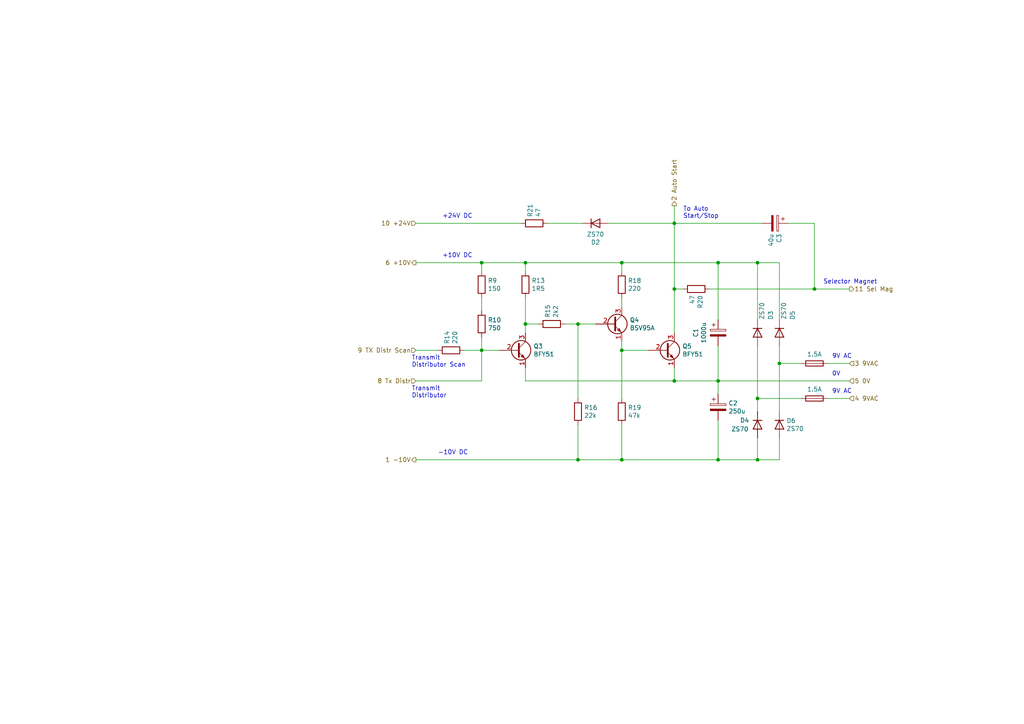
<source format=kicad_sch>
(kicad_sch (version 20211123) (generator eeschema)
  (paper "A4")
  (lib_symbols
    (symbol "Device:C_Polarized" (pin_numbers hide) (pin_names (offset 0.254))
      (property "Reference" "C" (at 0.635 2.54 0))
      (property "Value" "C_Polarized" (at 0.635 -2.54 0))
      (symbol "C_Polarized_0_1"
        (rectangle (start -2.286 0.508) (end 2.286 1.016))
        (polyline (pts (xy -1.778 2.286) (xy -0.762 2.286)))
        (polyline (pts (xy -1.27 2.794) (xy -1.27 1.778)))
        (rectangle (start 2.286 -0.508) (end -2.286 -1.016) (fill (type outline)))
      )
      (symbol "C_Polarized_1_1"
        (pin passive line (at 0 3.81 270) (length 2.794) (name "~") (number "1"))
        (pin passive line (at 0 -3.81 90) (length 2.794) (name "~") (number "2"))
      )
    )
    (symbol "Device:D" (pin_numbers hide) (pin_names (offset 1.016) hide)
      (property "Reference" "D" (at 0 2.54 0))
      (property "Value" "D" (at 0 -2.54 0))
      (symbol "D_0_1"
        (polyline (pts (xy -1.27 1.27) (xy -1.27 -1.27)) (stroke (width 0.254)))
        (polyline (pts (xy 1.27 0) (xy -1.27 0)))
        (polyline (pts (xy 1.27 1.27) (xy 1.27 -1.27) (xy -1.27 0) (xy 1.27 1.27)) (stroke (width 0.254)))
      )
      (symbol "D_1_1"
        (pin passive line (at -3.81 0 0) (length 2.54) (name "K") (number "1"))
        (pin passive line (at 3.81 0 180) (length 2.54) (name "A") (number "2"))
      )
    )
    (symbol "Device:Fuse" (pin_numbers hide) (pin_names (offset 0))
      (property "Reference" "F" (at 2.032 0 90))
      (property "Value" "Fuse" (at -1.905 0 90))
      (symbol "Fuse_0_1"
        (rectangle (start -0.762 -2.54) (end 0.762 2.54) (stroke (width 0.254)))
        (polyline (pts (xy 0 2.54) (xy 0 -2.54)))
      )
      (symbol "Fuse_1_1"
        (pin passive line (at 0 3.81 270) (length 1.27) (name "~") (number "1"))
        (pin passive line (at 0 -3.81 90) (length 1.27) (name "~") (number "2"))
      )
    )
    (symbol "Device:Q_NPN_EBC" (pin_names (offset 0) hide)
      (property "Reference" "Q" (at 5.08 1.27 0))
      (property "Value" "Q_NPN_EBC" (at 5.08 -1.27 0))
      (symbol "Q_NPN_EBC_0_1"
        (polyline (pts (xy 0.635 0.635) (xy 2.54 2.54)))
        (polyline (pts (xy 0.635 -0.635) (xy 2.54 -2.54) (xy 2.54 -2.54)))
        (polyline (pts (xy 0.635 1.905) (xy 0.635 -1.905) (xy 0.635 -1.905)) (stroke (width 0.508)))
        (polyline (pts (xy 1.27 -1.778) (xy 1.778 -1.27) (xy 2.286 -2.286) (xy 1.27 -1.778) (xy 1.27 -1.778)) (fill (type outline)))
        (circle (center 1.27 0) (radius 2.8194) (stroke (width 0.254)))
      )
      (symbol "Q_NPN_EBC_1_1"
        (pin passive line (at 2.54 -5.08 90) (length 2.54) (name "E") (number "1"))
        (pin passive line (at -5.08 0 0) (length 5.715) (name "B") (number "2"))
        (pin passive line (at 2.54 5.08 270) (length 2.54) (name "C") (number "3"))
      )
    )
    (symbol "Device:R" (pin_numbers hide) (pin_names (offset 0))
      (property "Reference" "R" (at 2.032 0 90))
      (property "Value" "R" (at 0 0 90))
      (symbol "R_0_1"
        (rectangle (start -1.016 -2.54) (end 1.016 2.54) (stroke (width 0.254)))
      )
      (symbol "R_1_1"
        (pin passive line (at 0 3.81 270) (length 1.27) (name "~") (number "1"))
        (pin passive line (at 0 -3.81 90) (length 1.27) (name "~") (number "2"))
      )
    )
  )
  (junction (at 195.58 83.82))
  (junction (at 152.4 76.2))
  (junction (at 195.58 110.49))
  (junction (at 167.64 133.35))
  (junction (at 226.06 105.41))
  (junction (at 180.34 101.6))
  (junction (at 208.28 76.2))
  (junction (at 219.71 133.35))
  (junction (at 219.71 115.57))
  (junction (at 139.7 76.2))
  (junction (at 152.4 93.98))
  (junction (at 180.34 76.2))
  (junction (at 139.7 101.6))
  (junction (at 219.71 76.2))
  (junction (at 195.58 64.77))
  (junction (at 236.22 83.82))
  (junction (at 208.28 133.35))
  (junction (at 180.34 133.35))
  (junction (at 208.28 110.49))
  (junction (at 167.64 93.98))
  (wire (pts (xy 139.7 97.79) (xy 139.7 101.6)))
  (wire (pts (xy 240.03 115.57) (xy 246.38 115.57)))
  (wire (pts (xy 180.34 76.2) (xy 180.34 78.74)))
  (wire (pts (xy 152.4 93.98) (xy 152.4 96.52)))
  (wire (pts (xy 195.58 83.82) (xy 195.58 96.52)))
  (wire (pts (xy 120.65 133.35) (xy 167.64 133.35)))
  (wire (pts (xy 208.28 133.35) (xy 180.34 133.35)))
  (wire (pts (xy 246.38 83.82) (xy 236.22 83.82)))
  (wire (pts (xy 139.7 76.2) (xy 139.7 78.74)))
  (wire (pts (xy 232.41 105.41) (xy 226.06 105.41)))
  (wire (pts (xy 195.58 83.82) (xy 195.58 64.77)))
  (wire (pts (xy 240.03 105.41) (xy 246.38 105.41)))
  (wire (pts (xy 219.71 115.57) (xy 219.71 119.38)))
  (wire (pts (xy 246.38 110.49) (xy 208.28 110.49)))
  (wire (pts (xy 134.62 101.6) (xy 139.7 101.6)))
  (wire (pts (xy 208.28 76.2) (xy 180.34 76.2)))
  (wire (pts (xy 187.96 101.6) (xy 180.34 101.6)))
  (wire (pts (xy 195.58 59.69) (xy 195.58 64.77)))
  (wire (pts (xy 152.4 76.2) (xy 152.4 78.74)))
  (wire (pts (xy 167.64 93.98) (xy 172.72 93.98)))
  (wire (pts (xy 208.28 92.71) (xy 208.28 76.2)))
  (wire (pts (xy 180.34 101.6) (xy 180.34 115.57)))
  (wire (pts (xy 226.06 76.2) (xy 219.71 76.2)))
  (wire (pts (xy 120.65 110.49) (xy 139.7 110.49)))
  (wire (pts (xy 195.58 64.77) (xy 176.53 64.77)))
  (wire (pts (xy 156.21 93.98) (xy 152.4 93.98)))
  (wire (pts (xy 168.91 64.77) (xy 158.75 64.77)))
  (wire (pts (xy 180.34 86.36) (xy 180.34 88.9)))
  (wire (pts (xy 180.34 123.19) (xy 180.34 133.35)))
  (wire (pts (xy 120.65 64.77) (xy 151.13 64.77)))
  (wire (pts (xy 139.7 101.6) (xy 144.78 101.6)))
  (wire (pts (xy 236.22 64.77) (xy 236.22 83.82)))
  (wire (pts (xy 152.4 76.2) (xy 139.7 76.2)))
  (wire (pts (xy 152.4 86.36) (xy 152.4 93.98)))
  (wire (pts (xy 219.71 133.35) (xy 208.28 133.35)))
  (wire (pts (xy 226.06 92.71) (xy 226.06 76.2)))
  (wire (pts (xy 163.83 93.98) (xy 167.64 93.98)))
  (wire (pts (xy 219.71 76.2) (xy 219.71 92.71)))
  (wire (pts (xy 208.28 133.35) (xy 208.28 121.92)))
  (wire (pts (xy 195.58 110.49) (xy 152.4 110.49)))
  (wire (pts (xy 195.58 64.77) (xy 220.98 64.77)))
  (wire (pts (xy 139.7 86.36) (xy 139.7 90.17)))
  (wire (pts (xy 208.28 110.49) (xy 208.28 114.3)))
  (wire (pts (xy 167.64 115.57) (xy 167.64 93.98)))
  (wire (pts (xy 180.34 99.06) (xy 180.34 101.6)))
  (wire (pts (xy 208.28 76.2) (xy 219.71 76.2)))
  (wire (pts (xy 208.28 100.33) (xy 208.28 110.49)))
  (wire (pts (xy 120.65 101.6) (xy 127 101.6)))
  (wire (pts (xy 232.41 115.57) (xy 219.71 115.57)))
  (wire (pts (xy 236.22 83.82) (xy 205.74 83.82)))
  (wire (pts (xy 219.71 100.33) (xy 219.71 115.57)))
  (wire (pts (xy 120.65 76.2) (xy 139.7 76.2)))
  (wire (pts (xy 226.06 100.33) (xy 226.06 105.41)))
  (wire (pts (xy 226.06 133.35) (xy 219.71 133.35)))
  (wire (pts (xy 198.12 83.82) (xy 195.58 83.82)))
  (wire (pts (xy 180.34 133.35) (xy 167.64 133.35)))
  (wire (pts (xy 219.71 127) (xy 219.71 133.35)))
  (wire (pts (xy 226.06 105.41) (xy 226.06 119.38)))
  (wire (pts (xy 208.28 110.49) (xy 195.58 110.49)))
  (wire (pts (xy 167.64 133.35) (xy 167.64 123.19)))
  (wire (pts (xy 195.58 110.49) (xy 195.58 106.68)))
  (wire (pts (xy 226.06 127) (xy 226.06 133.35)))
  (wire (pts (xy 139.7 110.49) (xy 139.7 101.6)))
  (wire (pts (xy 180.34 76.2) (xy 152.4 76.2)))
  (wire (pts (xy 152.4 110.49) (xy 152.4 106.68)))
  (wire (pts (xy 228.6 64.77) (xy 236.22 64.77)))
  (text "Transmit \nDistributor Scan" (at 119.38 106.68 0) (effects (font (size 1.27 1.27)) (justify left bottom)))
  (text "9V AC" (at 241.3 104.14 0) (effects (font (size 1.27 1.27)) (justify left bottom)))
  (text "+10V DC" (at 128.27 74.93 0) (effects (font (size 1.27 1.27)) (justify left bottom)))
  (text "To Auto\nStart/Stop" (at 198.12 63.5 0) (effects (font (size 1.27 1.27)) (justify left bottom)))
  (text "0V" (at 241.3 109.22 0) (effects (font (size 1.27 1.27)) (justify left bottom)))
  (text "Transmit\nDistributor" (at 119.38 115.57 0) (effects (font (size 1.27 1.27)) (justify left bottom)))
  (text "+24V DC" (at 128.27 63.5 0) (effects (font (size 1.27 1.27)) (justify left bottom)))
  (text "9V AC" (at 241.3 114.3 0) (effects (font (size 1.27 1.27)) (justify left bottom)))
  (text "-10V DC" (at 127 132.08 0) (effects (font (size 1.27 1.27)) (justify left bottom)))
  (text "Selector Magnet" (at 238.76 82.55 0) (effects (font (size 1.27 1.27)) (justify left bottom)))
  (hierarchical_label "2 Auto Start" (shape output) (at 195.58 59.69 90))
  (hierarchical_label "1 -10V" (shape output) (at 120.65 133.35 180))
  (hierarchical_label "4 9VAC" (shape input) (at 246.38 115.57 0))
  (hierarchical_label "5 0V" (shape input) (at 246.38 110.49 0))
  (hierarchical_label "3 9VAC" (shape input) (at 246.38 105.41 0))
  (hierarchical_label "10 +24V" (shape input) (at 120.65 64.77 180))
  (hierarchical_label "8 Tx Distr" (shape input) (at 120.65 110.49 180))
  (hierarchical_label "11 Sel Mag" (shape output) (at 246.38 83.82 0))
  (hierarchical_label "9 TX Distr Scan" (shape input) (at 120.65 101.6 180))
  (hierarchical_label "6 +10V" (shape output) (at 120.65 76.2 180))
  (symbol (lib_id "Device:D") (at 226.06 96.52 270) (unit 1)
    (property "Reference" "D5" (at 229.87 91.44 0))
    (property "Value" "ZS70" (at 227.33 90.17 0))
  )
  (symbol (lib_id "Device:D") (at 219.71 96.52 270) (unit 1)
    (property "Reference" "D3" (at 223.52 91.44 0))
    (property "Value" "ZS70" (at 220.98 90.17 0))
  )
  (symbol (lib_id "Device:D") (at 226.06 123.19 270) (unit 1)
    (property "Reference" "D6" (at 228.092 122.0216 90) (effects (justify left)))
    (property "Value" "ZS70" (at 228.092 124.333 90) (effects (justify left)))
  )
  (symbol (lib_id "Device:D") (at 219.71 123.19 270) (unit 1)
    (property "Reference" "D4" (at 214.63 121.92 90) (effects (justify left)))
    (property "Value" "ZS70" (at 212.09 124.46 90) (effects (justify left)))
  )
  (symbol (lib_id "Device:D") (at 172.72 64.77 0) (unit 1)
    (property "Reference" "D2" (at 172.72 70.2818 0))
    (property "Value" "ZS70" (at 172.72 67.9704 0))
  )
  (symbol (lib_id "Device:Fuse") (at 236.22 115.57 90) (unit 1)
    (property "Reference" "F2" (effects hide))
    (property "Value" "1.5A" (at 236.22 112.903 90))
  )
  (symbol (lib_id "Device:Fuse") (at 236.22 105.41 90) (unit 1)
    (property "Reference" "F1" (effects hide))
    (property "Value" "1.5A" (at 236.22 102.743 90))
  )
  (symbol (lib_id "Device:Q_NPN_EBC") (at 177.8 93.98 0) (unit 1)
    (property "Reference" "Q4" (at 182.6514 92.8116 0) (effects (justify left)))
    (property "Value" "BSV95A" (at 182.6514 95.123 0) (effects (justify left)))
  )
  (symbol (lib_id "Device:Q_NPN_EBC") (at 193.04 101.6 0) (unit 1)
    (property "Reference" "Q5" (at 197.8914 100.4316 0) (effects (justify left)))
    (property "Value" "BFY51" (at 197.8914 102.743 0) (effects (justify left)))
  )
  (symbol (lib_id "Device:Q_NPN_EBC") (at 149.86 101.6 0) (unit 1)
    (property "Reference" "Q3" (at 154.7114 100.4316 0) (effects (justify left)))
    (property "Value" "BFY51" (at 154.7114 102.743 0) (effects (justify left)))
  )
  (symbol (lib_id "Device:R") (at 154.94 64.77 90) (unit 1)
    (property "Reference" "R21" (at 153.7716 62.992 0) (effects (justify left)))
    (property "Value" "47" (at 156.083 62.992 0) (effects (justify left)))
  )
  (symbol (lib_id "Device:R") (at 139.7 82.55 0) (unit 1)
    (property "Reference" "R9" (at 141.478 81.3816 0) (effects (justify left)))
    (property "Value" "150" (at 141.478 83.693 0) (effects (justify left)))
  )
  (symbol (lib_id "Device:R") (at 152.4 82.55 0) (unit 1)
    (property "Reference" "R13" (at 154.178 81.3816 0) (effects (justify left)))
    (property "Value" "1R5" (at 154.178 83.693 0) (effects (justify left)))
  )
  (symbol (lib_id "Device:R") (at 160.02 93.98 90) (unit 1)
    (property "Reference" "R15" (at 158.8516 92.202 0) (effects (justify left)))
    (property "Value" "2k2" (at 161.163 92.202 0) (effects (justify left)))
  )
  (symbol (lib_id "Device:R") (at 201.93 83.82 270) (unit 1)
    (property "Reference" "R20" (at 203.0984 85.598 0) (effects (justify left)))
    (property "Value" "47" (at 200.787 85.598 0) (effects (justify left)))
  )
  (symbol (lib_id "Device:R") (at 180.34 82.55 0) (unit 1)
    (property "Reference" "R18" (at 182.118 81.3816 0) (effects (justify left)))
    (property "Value" "220" (at 182.118 83.693 0) (effects (justify left)))
  )
  (symbol (lib_id "Device:R") (at 167.64 119.38 0) (unit 1)
    (property "Reference" "R16" (at 169.418 118.2116 0) (effects (justify left)))
    (property "Value" "22k" (at 169.418 120.523 0) (effects (justify left)))
  )
  (symbol (lib_id "Device:R") (at 130.81 101.6 90) (unit 1)
    (property "Reference" "R14" (at 129.6416 99.822 0) (effects (justify left)))
    (property "Value" "220" (at 131.953 99.822 0) (effects (justify left)))
  )
  (symbol (lib_id "Device:R") (at 139.7 93.98 0) (unit 1)
    (property "Reference" "R10" (at 141.478 92.8116 0) (effects (justify left)))
    (property "Value" "750" (at 141.478 95.123 0) (effects (justify left)))
  )
  (symbol (lib_id "Device:R") (at 180.34 119.38 0) (unit 1)
    (property "Reference" "R19" (at 182.118 118.2116 0) (effects (justify left)))
    (property "Value" "47k" (at 182.118 120.523 0) (effects (justify left)))
  )
  (symbol (lib_id "Device:C_Polarized") (at 208.28 96.52 0) (unit 1)
    (property "Reference" "C1" (at 201.803 96.52 90))
    (property "Value" "1000u" (at 204.1144 96.52 90))
  )
  (symbol (lib_id "Device:C_Polarized") (at 208.28 118.11 0) (unit 1)
    (property "Reference" "C2" (at 211.2772 116.9416 0) (effects (justify left)))
    (property "Value" "250u" (at 211.2772 119.253 0) (effects (justify left)))
  )
  (symbol (lib_id "Device:C_Polarized") (at 224.79 64.77 270) (unit 1)
    (property "Reference" "C3" (at 225.9584 67.7672 0) (effects (justify left)))
    (property "Value" "40u" (at 223.647 67.7672 0) (effects (justify left)))
  )
)
</source>
